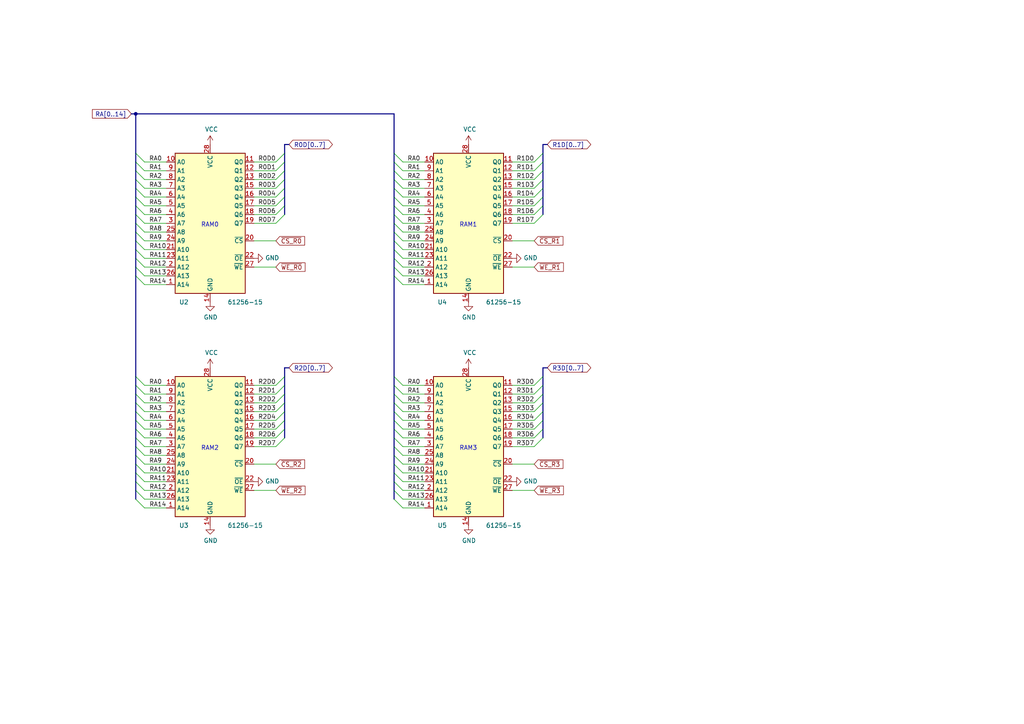
<source format=kicad_sch>
(kicad_sch (version 20230121) (generator eeschema)
  (paper "A4")
  (title_block (title "Mini8086 VGA board") (rev "1.1"))
  (lib_symbols
    (symbol "Memory_RAM:CY62256-70PC"
      (property "Reference" "U" (at -10.16 20.955 0))
      (property "Value" "CY62256-70PC" (at 2.54 20.955 0))
      (symbol "CY62256-70PC_0_0"
        (pin power_in line (at 0 -22.86 90) (length 2.54) (name "GND") (number "14"))
        (pin power_in line (at 0 22.86 270) (length 2.54) (name "VCC") (number "28"))
      )
      (symbol "CY62256-70PC_0_1"
        (rectangle (start -10.16 20.32) (end 10.16 -20.32) (stroke (width 0.254)) (fill (type background)))
      )
      (symbol "CY62256-70PC_1_1"
        (pin input line (at -12.7 -17.78 0) (length 2.54) (name "A14") (number "1"))
        (pin input line (at -12.7 17.78 0) (length 2.54) (name "A0") (number "10"))
        (pin tri_state line (at 12.7 17.78 180) (length 2.54) (name "Q0") (number "11"))
        (pin tri_state line (at 12.7 15.24 180) (length 2.54) (name "Q1") (number "12"))
        (pin tri_state line (at 12.7 12.7 180) (length 2.54) (name "Q2") (number "13"))
        (pin tri_state line (at 12.7 10.16 180) (length 2.54) (name "Q3") (number "15"))
        (pin tri_state line (at 12.7 7.62 180) (length 2.54) (name "Q4") (number "16"))
        (pin tri_state line (at 12.7 5.08 180) (length 2.54) (name "Q5") (number "17"))
        (pin tri_state line (at 12.7 2.54 180) (length 2.54) (name "Q6") (number "18"))
        (pin tri_state line (at 12.7 0 180) (length 2.54) (name "Q7") (number "19"))
        (pin input line (at -12.7 -12.7 0) (length 2.54) (name "A12") (number "2"))
        (pin input line (at 12.7 -5.08 180) (length 2.54) (name "~{CS}") (number "20"))
        (pin input line (at -12.7 -7.62 0) (length 2.54) (name "A10") (number "21"))
        (pin input line (at 12.7 -10.16 180) (length 2.54) (name "~{OE}") (number "22"))
        (pin input line (at -12.7 -10.16 0) (length 2.54) (name "A11") (number "23"))
        (pin input line (at -12.7 -5.08 0) (length 2.54) (name "A9") (number "24"))
        (pin input line (at -12.7 -2.54 0) (length 2.54) (name "A8") (number "25"))
        (pin input line (at -12.7 -15.24 0) (length 2.54) (name "A13") (number "26"))
        (pin input line (at 12.7 -12.7 180) (length 2.54) (name "~{WE}") (number "27"))
        (pin input line (at -12.7 0 0) (length 2.54) (name "A7") (number "3"))
        (pin input line (at -12.7 2.54 0) (length 2.54) (name "A6") (number "4"))
        (pin input line (at -12.7 5.08 0) (length 2.54) (name "A5") (number "5"))
        (pin input line (at -12.7 7.62 0) (length 2.54) (name "A4") (number "6"))
        (pin input line (at -12.7 10.16 0) (length 2.54) (name "A3") (number "7"))
        (pin input line (at -12.7 12.7 0) (length 2.54) (name "A2") (number "8"))
        (pin input line (at -12.7 15.24 0) (length 2.54) (name "A1") (number "9"))
      )
    )
    (symbol "power:GND" (power) (pin_names (offset 0))
      (property "Value" "GND" (at 0 -3.81 0))
      (symbol "GND_0_1"
        (polyline (pts (xy 0 0) (xy 0 -1.27) (xy 1.27 -1.27) (xy 0 -2.54) (xy -1.27 -1.27) (xy 0 -1.27)))
      )
      (symbol "GND_1_1"
        (pin power_in line (at 0 0 270) (length 0) hide (name "GND") (number "1"))
      )
    )
    (symbol "power:VCC" (power) (pin_names (offset 0))
      (property "Value" "VCC" (at 0 3.81 0))
      (symbol "VCC_0_1"
        (polyline (pts (xy -0.762 1.27) (xy 0 2.54)))
        (polyline (pts (xy 0 0) (xy 0 2.54)))
        (polyline (pts (xy 0 2.54) (xy 0.762 1.27)))
      )
      (symbol "VCC_1_1"
        (pin power_in line (at 0 0 90) (length 0) hide (name "VCC") (number "1"))
      )
    )
  )
  (junction (at 39.37 33.02))
  (bus_entry (at 82.55 49.53) (size -2.54 2.54))
  (bus_entry (at 39.37 80.01) (size 2.54 2.54))
  (bus_entry (at 114.3 144.78) (size 2.54 2.54))
  (bus_entry (at 157.48 57.15) (size -2.54 2.54))
  (bus_entry (at 157.48 44.45) (size -2.54 2.54))
  (bus_entry (at 114.3 124.46) (size 2.54 2.54))
  (bus_entry (at 39.37 134.62) (size 2.54 2.54))
  (bus_entry (at 39.37 111.76) (size 2.54 2.54))
  (bus_entry (at 39.37 77.47) (size 2.54 2.54))
  (bus_entry (at 157.48 109.22) (size -2.54 2.54))
  (bus_entry (at 39.37 127) (size 2.54 2.54))
  (bus_entry (at 157.48 114.3) (size -2.54 2.54))
  (bus_entry (at 114.3 134.62) (size 2.54 2.54))
  (bus_entry (at 82.55 121.92) (size -2.54 2.54))
  (bus_entry (at 82.55 124.46) (size -2.54 2.54))
  (bus_entry (at 39.37 59.69) (size 2.54 2.54))
  (bus_entry (at 39.37 64.77) (size 2.54 2.54))
  (bus_entry (at 114.3 111.76) (size 2.54 2.54))
  (bus_entry (at 39.37 144.78) (size 2.54 2.54))
  (bus_entry (at 157.48 52.07) (size -2.54 2.54))
  (bus_entry (at 39.37 44.45) (size 2.54 2.54))
  (bus_entry (at 114.3 129.54) (size 2.54 2.54))
  (bus_entry (at 157.48 124.46) (size -2.54 2.54))
  (bus_entry (at 39.37 137.16) (size 2.54 2.54))
  (bus_entry (at 39.37 69.85) (size 2.54 2.54))
  (bus_entry (at 114.3 119.38) (size 2.54 2.54))
  (bus_entry (at 39.37 116.84) (size 2.54 2.54))
  (bus_entry (at 114.3 121.92) (size 2.54 2.54))
  (bus_entry (at 82.55 54.61) (size -2.54 2.54))
  (bus_entry (at 114.3 64.77) (size 2.54 2.54))
  (bus_entry (at 39.37 121.92) (size 2.54 2.54))
  (bus_entry (at 39.37 46.99) (size 2.54 2.54))
  (bus_entry (at 114.3 59.69) (size 2.54 2.54))
  (bus_entry (at 39.37 119.38) (size 2.54 2.54))
  (bus_entry (at 157.48 49.53) (size -2.54 2.54))
  (bus_entry (at 157.48 116.84) (size -2.54 2.54))
  (bus_entry (at 114.3 57.15) (size 2.54 2.54))
  (bus_entry (at 39.37 52.07) (size 2.54 2.54))
  (bus_entry (at 114.3 132.08) (size 2.54 2.54))
  (bus_entry (at 114.3 72.39) (size 2.54 2.54))
  (bus_entry (at 114.3 139.7) (size 2.54 2.54))
  (bus_entry (at 39.37 109.22) (size 2.54 2.54))
  (bus_entry (at 82.55 114.3) (size -2.54 2.54))
  (bus_entry (at 82.55 116.84) (size -2.54 2.54))
  (bus_entry (at 114.3 67.31) (size 2.54 2.54))
  (bus_entry (at 157.48 46.99) (size -2.54 2.54))
  (bus_entry (at 114.3 52.07) (size 2.54 2.54))
  (bus_entry (at 82.55 52.07) (size -2.54 2.54))
  (bus_entry (at 114.3 142.24) (size 2.54 2.54))
  (bus_entry (at 39.37 142.24) (size 2.54 2.54))
  (bus_entry (at 157.48 119.38) (size -2.54 2.54))
  (bus_entry (at 39.37 129.54) (size 2.54 2.54))
  (bus_entry (at 114.3 74.93) (size 2.54 2.54))
  (bus_entry (at 82.55 109.22) (size -2.54 2.54))
  (bus_entry (at 114.3 44.45) (size 2.54 2.54))
  (bus_entry (at 157.48 59.69) (size -2.54 2.54))
  (bus_entry (at 39.37 139.7) (size 2.54 2.54))
  (bus_entry (at 39.37 132.08) (size 2.54 2.54))
  (bus_entry (at 82.55 127) (size -2.54 2.54))
  (bus_entry (at 39.37 62.23) (size 2.54 2.54))
  (bus_entry (at 157.48 54.61) (size -2.54 2.54))
  (bus_entry (at 114.3 137.16) (size 2.54 2.54))
  (bus_entry (at 114.3 77.47) (size 2.54 2.54))
  (bus_entry (at 114.3 62.23) (size 2.54 2.54))
  (bus_entry (at 114.3 54.61) (size 2.54 2.54))
  (bus_entry (at 82.55 57.15) (size -2.54 2.54))
  (bus_entry (at 39.37 74.93) (size 2.54 2.54))
  (bus_entry (at 82.55 111.76) (size -2.54 2.54))
  (bus_entry (at 157.48 127) (size -2.54 2.54))
  (bus_entry (at 114.3 109.22) (size 2.54 2.54))
  (bus_entry (at 39.37 124.46) (size 2.54 2.54))
  (bus_entry (at 82.55 119.38) (size -2.54 2.54))
  (bus_entry (at 39.37 114.3) (size 2.54 2.54))
  (bus_entry (at 39.37 57.15) (size 2.54 2.54))
  (bus_entry (at 114.3 69.85) (size 2.54 2.54))
  (bus_entry (at 39.37 49.53) (size 2.54 2.54))
  (bus_entry (at 114.3 49.53) (size 2.54 2.54))
  (bus_entry (at 157.48 121.92) (size -2.54 2.54))
  (bus_entry (at 82.55 62.23) (size -2.54 2.54))
  (bus_entry (at 39.37 67.31) (size 2.54 2.54))
  (bus_entry (at 114.3 80.01) (size 2.54 2.54))
  (bus_entry (at 39.37 72.39) (size 2.54 2.54))
  (bus_entry (at 82.55 46.99) (size -2.54 2.54))
  (bus_entry (at 114.3 46.99) (size 2.54 2.54))
  (bus_entry (at 157.48 62.23) (size -2.54 2.54))
  (bus_entry (at 82.55 59.69) (size -2.54 2.54))
  (bus_entry (at 39.37 54.61) (size 2.54 2.54))
  (bus_entry (at 114.3 116.84) (size 2.54 2.54))
  (bus_entry (at 114.3 127) (size 2.54 2.54))
  (bus_entry (at 157.48 111.76) (size -2.54 2.54))
  (bus_entry (at 82.55 44.45) (size -2.54 2.54))
  (bus_entry (at 114.3 114.3) (size 2.54 2.54))
  (bus (pts (xy 39.37 132.08) (xy 39.37 134.62)))
  (wire (pts (xy 73.66 59.69) (xy 80.01 59.69)))
  (bus (pts (xy 114.3 46.99) (xy 114.3 49.53)))
  (wire (pts (xy 116.84 54.61) (xy 123.19 54.61)))
  (wire (pts (xy 41.91 72.39) (xy 48.26 72.39)))
  (bus (pts (xy 39.37 64.77) (xy 39.37 67.31)))
  (wire (pts (xy 41.91 124.46) (xy 48.26 124.46)))
  (bus (pts (xy 157.48 124.46) (xy 157.48 127)))
  (bus (pts (xy 39.37 116.84) (xy 39.37 119.38)))
  (bus (pts (xy 157.48 52.07) (xy 157.48 54.61)))
  (bus (pts (xy 82.55 106.68) (xy 82.55 109.22)))
  (bus (pts (xy 39.37 33.02) (xy 38.1 33.02)))
  (wire (pts (xy 73.66 114.3) (xy 80.01 114.3)))
  (wire (pts (xy 148.59 59.69) (xy 154.94 59.69)))
  (wire (pts (xy 116.84 132.08) (xy 123.19 132.08)))
  (bus (pts (xy 82.55 46.99) (xy 82.55 49.53)))
  (wire (pts (xy 116.84 57.15) (xy 123.19 57.15)))
  (bus (pts (xy 114.3 114.3) (xy 114.3 116.84)))
  (wire (pts (xy 116.84 139.7) (xy 123.19 139.7)))
  (bus (pts (xy 157.48 106.68) (xy 157.48 109.22)))
  (wire (pts (xy 41.91 67.31) (xy 48.26 67.31)))
  (wire (pts (xy 41.91 57.15) (xy 48.26 57.15)))
  (bus (pts (xy 39.37 52.07) (xy 39.37 54.61)))
  (wire (pts (xy 41.91 69.85) (xy 48.26 69.85)))
  (bus (pts (xy 157.48 109.22) (xy 157.48 111.76)))
  (wire (pts (xy 41.91 142.24) (xy 48.26 142.24)))
  (wire (pts (xy 41.91 74.93) (xy 48.26 74.93)))
  (wire (pts (xy 116.84 77.47) (xy 123.19 77.47)))
  (bus (pts (xy 39.37 134.62) (xy 39.37 137.16)))
  (bus (pts (xy 39.37 124.46) (xy 39.37 127)))
  (wire (pts (xy 41.91 114.3) (xy 48.26 114.3)))
  (bus (pts (xy 157.48 116.84) (xy 157.48 119.38)))
  (bus (pts (xy 39.37 33.02) (xy 114.3 33.02)))
  (wire (pts (xy 116.84 82.55) (xy 123.19 82.55)))
  (wire (pts (xy 148.59 54.61) (xy 154.94 54.61)))
  (bus (pts (xy 39.37 109.22) (xy 39.37 111.76)))
  (bus (pts (xy 114.3 127) (xy 114.3 129.54)))
  (bus (pts (xy 114.3 72.39) (xy 114.3 74.93)))
  (bus (pts (xy 39.37 69.85) (xy 39.37 72.39)))
  (wire (pts (xy 148.59 62.23) (xy 154.94 62.23)))
  (bus (pts (xy 82.55 52.07) (xy 82.55 54.61)))
  (bus (pts (xy 82.55 114.3) (xy 82.55 116.84)))
  (wire (pts (xy 116.84 74.93) (xy 123.19 74.93)))
  (bus (pts (xy 82.55 109.22) (xy 82.55 111.76)))
  (bus (pts (xy 157.48 44.45) (xy 157.48 46.99)))
  (wire (pts (xy 116.84 64.77) (xy 123.19 64.77)))
  (wire (pts (xy 80.01 134.62) (xy 73.66 134.62)))
  (bus (pts (xy 39.37 59.69) (xy 39.37 62.23)))
  (wire (pts (xy 73.66 52.07) (xy 80.01 52.07)))
  (wire (pts (xy 116.84 119.38) (xy 123.19 119.38)))
  (bus (pts (xy 39.37 33.02) (xy 39.37 44.45)))
  (bus (pts (xy 114.3 67.31) (xy 114.3 69.85)))
  (wire (pts (xy 73.66 57.15) (xy 80.01 57.15)))
  (bus (pts (xy 114.3 44.45) (xy 114.3 46.99)))
  (wire (pts (xy 116.84 72.39) (xy 123.19 72.39)))
  (bus (pts (xy 157.48 49.53) (xy 157.48 52.07)))
  (wire (pts (xy 116.84 114.3) (xy 123.19 114.3)))
  (bus (pts (xy 157.48 57.15) (xy 157.48 59.69)))
  (bus (pts (xy 114.3 57.15) (xy 114.3 59.69)))
  (wire (pts (xy 116.84 127) (xy 123.19 127)))
  (wire (pts (xy 41.91 52.07) (xy 48.26 52.07)))
  (wire (pts (xy 148.59 116.84) (xy 154.94 116.84)))
  (wire (pts (xy 73.66 129.54) (xy 80.01 129.54)))
  (bus (pts (xy 114.3 132.08) (xy 114.3 134.62)))
  (wire (pts (xy 41.91 46.99) (xy 48.26 46.99)))
  (wire (pts (xy 41.91 49.53) (xy 48.26 49.53)))
  (wire (pts (xy 148.59 127) (xy 154.94 127)))
  (bus (pts (xy 39.37 74.93) (xy 39.37 77.47)))
  (wire (pts (xy 148.59 49.53) (xy 154.94 49.53)))
  (bus (pts (xy 157.48 46.99) (xy 157.48 49.53)))
  (wire (pts (xy 116.84 147.32) (xy 123.19 147.32)))
  (bus (pts (xy 114.3 54.61) (xy 114.3 57.15)))
  (bus (pts (xy 114.3 74.93) (xy 114.3 77.47)))
  (wire (pts (xy 73.66 77.47) (xy 80.01 77.47)))
  (wire (pts (xy 116.84 137.16) (xy 123.19 137.16)))
  (bus (pts (xy 39.37 57.15) (xy 39.37 59.69)))
  (wire (pts (xy 41.91 116.84) (xy 48.26 116.84)))
  (bus (pts (xy 114.3 116.84) (xy 114.3 119.38)))
  (wire (pts (xy 148.59 124.46) (xy 154.94 124.46)))
  (wire (pts (xy 73.66 54.61) (xy 80.01 54.61)))
  (wire (pts (xy 41.91 129.54) (xy 48.26 129.54)))
  (wire (pts (xy 116.84 49.53) (xy 123.19 49.53)))
  (wire (pts (xy 41.91 64.77) (xy 48.26 64.77)))
  (bus (pts (xy 114.3 142.24) (xy 114.3 144.78)))
  (bus (pts (xy 82.55 49.53) (xy 82.55 52.07)))
  (wire (pts (xy 41.91 147.32) (xy 48.26 147.32)))
  (wire (pts (xy 148.59 114.3) (xy 154.94 114.3)))
  (bus (pts (xy 114.3 111.76) (xy 114.3 114.3)))
  (wire (pts (xy 148.59 121.92) (xy 154.94 121.92)))
  (wire (pts (xy 154.94 134.62) (xy 148.59 134.62)))
  (wire (pts (xy 41.91 144.78) (xy 48.26 144.78)))
  (wire (pts (xy 73.66 127) (xy 80.01 127)))
  (wire (pts (xy 41.91 127) (xy 48.26 127)))
  (bus (pts (xy 82.55 111.76) (xy 82.55 114.3)))
  (bus (pts (xy 82.55 121.92) (xy 82.55 124.46)))
  (bus (pts (xy 157.48 59.69) (xy 157.48 62.23)))
  (bus (pts (xy 114.3 137.16) (xy 114.3 139.7)))
  (wire (pts (xy 148.59 77.47) (xy 154.94 77.47)))
  (wire (pts (xy 73.66 64.77) (xy 80.01 64.77)))
  (wire (pts (xy 73.66 124.46) (xy 80.01 124.46)))
  (wire (pts (xy 80.01 69.85) (xy 73.66 69.85)))
  (bus (pts (xy 39.37 121.92) (xy 39.37 124.46)))
  (wire (pts (xy 116.84 142.24) (xy 123.19 142.24)))
  (bus (pts (xy 157.48 106.68) (xy 158.75 106.68)))
  (wire (pts (xy 116.84 80.01) (xy 123.19 80.01)))
  (wire (pts (xy 41.91 62.23) (xy 48.26 62.23)))
  (wire (pts (xy 148.59 142.24) (xy 154.94 142.24)))
  (bus (pts (xy 39.37 46.99) (xy 39.37 49.53)))
  (wire (pts (xy 41.91 139.7) (xy 48.26 139.7)))
  (wire (pts (xy 116.84 111.76) (xy 123.19 111.76)))
  (bus (pts (xy 39.37 127) (xy 39.37 129.54)))
  (bus (pts (xy 157.48 121.92) (xy 157.48 124.46)))
  (bus (pts (xy 114.3 119.38) (xy 114.3 121.92)))
  (wire (pts (xy 41.91 82.55) (xy 48.26 82.55)))
  (wire (pts (xy 148.59 57.15) (xy 154.94 57.15)))
  (wire (pts (xy 41.91 54.61) (xy 48.26 54.61)))
  (bus (pts (xy 39.37 119.38) (xy 39.37 121.92)))
  (bus (pts (xy 157.48 114.3) (xy 157.48 116.84)))
  (wire (pts (xy 116.84 52.07) (xy 123.19 52.07)))
  (wire (pts (xy 148.59 129.54) (xy 154.94 129.54)))
  (wire (pts (xy 41.91 77.47) (xy 48.26 77.47)))
  (wire (pts (xy 73.66 46.99) (xy 80.01 46.99)))
  (wire (pts (xy 116.84 67.31) (xy 123.19 67.31)))
  (bus (pts (xy 157.48 119.38) (xy 157.48 121.92)))
  (wire (pts (xy 73.66 116.84) (xy 80.01 116.84)))
  (bus (pts (xy 114.3 109.22) (xy 114.3 111.76)))
  (bus (pts (xy 82.55 119.38) (xy 82.55 121.92)))
  (bus (pts (xy 114.3 52.07) (xy 114.3 54.61)))
  (bus (pts (xy 39.37 77.47) (xy 39.37 80.01)))
  (wire (pts (xy 41.91 121.92) (xy 48.26 121.92)))
  (bus (pts (xy 39.37 72.39) (xy 39.37 74.93)))
  (bus (pts (xy 82.55 106.68) (xy 83.82 106.68)))
  (bus (pts (xy 39.37 62.23) (xy 39.37 64.77)))
  (bus (pts (xy 114.3 124.46) (xy 114.3 127)))
  (wire (pts (xy 148.59 52.07) (xy 154.94 52.07)))
  (bus (pts (xy 114.3 129.54) (xy 114.3 132.08)))
  (wire (pts (xy 116.84 59.69) (xy 123.19 59.69)))
  (wire (pts (xy 116.84 134.62) (xy 123.19 134.62)))
  (bus (pts (xy 82.55 41.91) (xy 83.82 41.91)))
  (wire (pts (xy 148.59 119.38) (xy 154.94 119.38)))
  (bus (pts (xy 114.3 80.01) (xy 114.3 109.22)))
  (bus (pts (xy 114.3 62.23) (xy 114.3 64.77)))
  (wire (pts (xy 116.84 144.78) (xy 123.19 144.78)))
  (bus (pts (xy 82.55 57.15) (xy 82.55 59.69)))
  (bus (pts (xy 39.37 137.16) (xy 39.37 139.7)))
  (wire (pts (xy 116.84 69.85) (xy 123.19 69.85)))
  (bus (pts (xy 114.3 139.7) (xy 114.3 142.24)))
  (wire (pts (xy 148.59 64.77) (xy 154.94 64.77)))
  (bus (pts (xy 114.3 64.77) (xy 114.3 67.31)))
  (bus (pts (xy 114.3 69.85) (xy 114.3 72.39)))
  (bus (pts (xy 39.37 142.24) (xy 39.37 144.78)))
  (bus (pts (xy 114.3 49.53) (xy 114.3 52.07)))
  (bus (pts (xy 39.37 129.54) (xy 39.37 132.08)))
  (wire (pts (xy 41.91 137.16) (xy 48.26 137.16)))
  (bus (pts (xy 82.55 44.45) (xy 82.55 46.99)))
  (bus (pts (xy 39.37 114.3) (xy 39.37 116.84)))
  (wire (pts (xy 73.66 119.38) (xy 80.01 119.38)))
  (bus (pts (xy 39.37 54.61) (xy 39.37 57.15)))
  (bus (pts (xy 39.37 111.76) (xy 39.37 114.3)))
  (wire (pts (xy 116.84 129.54) (xy 123.19 129.54)))
  (bus (pts (xy 157.48 41.91) (xy 158.75 41.91)))
  (wire (pts (xy 73.66 142.24) (xy 80.01 142.24)))
  (wire (pts (xy 154.94 69.85) (xy 148.59 69.85)))
  (wire (pts (xy 41.91 80.01) (xy 48.26 80.01)))
  (bus (pts (xy 39.37 139.7) (xy 39.37 142.24)))
  (bus (pts (xy 82.55 124.46) (xy 82.55 127)))
  (bus (pts (xy 114.3 134.62) (xy 114.3 137.16)))
  (wire (pts (xy 41.91 134.62) (xy 48.26 134.62)))
  (wire (pts (xy 116.84 121.92) (xy 123.19 121.92)))
  (bus (pts (xy 82.55 59.69) (xy 82.55 62.23)))
  (wire (pts (xy 148.59 46.99) (xy 154.94 46.99)))
  (wire (pts (xy 116.84 124.46) (xy 123.19 124.46)))
  (wire (pts (xy 41.91 59.69) (xy 48.26 59.69)))
  (bus (pts (xy 114.3 77.47) (xy 114.3 80.01)))
  (bus (pts (xy 39.37 67.31) (xy 39.37 69.85)))
  (wire (pts (xy 73.66 111.76) (xy 80.01 111.76)))
  (bus (pts (xy 157.48 111.76) (xy 157.48 114.3)))
  (bus (pts (xy 114.3 59.69) (xy 114.3 62.23)))
  (bus (pts (xy 82.55 54.61) (xy 82.55 57.15)))
  (wire (pts (xy 116.84 46.99) (xy 123.19 46.99)))
  (wire (pts (xy 73.66 49.53) (xy 80.01 49.53)))
  (wire (pts (xy 73.66 62.23) (xy 80.01 62.23)))
  (wire (pts (xy 148.59 111.76) (xy 154.94 111.76)))
  (bus (pts (xy 39.37 49.53) (xy 39.37 52.07)))
  (bus (pts (xy 39.37 44.45) (xy 39.37 46.99)))
  (bus (pts (xy 114.3 33.02) (xy 114.3 44.45)))
  (bus (pts (xy 82.55 41.91) (xy 82.55 44.45)))
  (bus (pts (xy 39.37 80.01) (xy 39.37 109.22)))
  (wire (pts (xy 41.91 132.08) (xy 48.26 132.08)))
  (bus (pts (xy 82.55 116.84) (xy 82.55 119.38)))
  (wire (pts (xy 116.84 62.23) (xy 123.19 62.23)))
  (bus (pts (xy 157.48 54.61) (xy 157.48 57.15)))
  (wire (pts (xy 116.84 116.84) (xy 123.19 116.84)))
  (bus (pts (xy 157.48 41.91) (xy 157.48 44.45)))
  (wire (pts (xy 73.66 121.92) (xy 80.01 121.92)))
  (bus (pts (xy 114.3 121.92) (xy 114.3 124.46)))
  (wire (pts (xy 41.91 111.76) (xy 48.26 111.76)))
  (wire (pts (xy 41.91 119.38) (xy 48.26 119.38)))
  (text "RAM2" (at 63.5 130.81 0) (effects (font (size 1.27 1.27)) (justify right bottom)))
  (text "RAM3" (at 138.43 130.81 0) (effects (font (size 1.27 1.27)) (justify right bottom)))
  (text "RAM1" (at 138.43 66.04 0) (effects (font (size 1.27 1.27)) (justify right bottom)))
  (text "RAM0" (at 63.5 66.04 0) (effects (font (size 1.27 1.27)) (justify right bottom)))
  (label "RA1" (at 121.92 49.53 180))
  (label "RA14" (at 123.19 82.55 180))
  (label "R0D0" (at 80.01 46.99 180))
  (label "R3D7" (at 154.94 129.54 180))
  (label "RA11" (at 123.19 139.7 180))
  (label "R0D6" (at 80.01 62.23 180))
  (label "RA0" (at 121.92 111.76 180))
  (label "RA0" (at 46.99 46.99 180))
  (label "R3D6" (at 154.94 127 180))
  (label "RA5" (at 121.92 124.46 180))
  (label "RA11" (at 48.26 139.7 180))
  (label "RA3" (at 121.92 54.61 180))
  (label "R1D6" (at 154.94 62.23 180))
  (label "RA2" (at 121.92 52.07 180))
  (label "RA14" (at 123.19 147.32 180))
  (label "RA8" (at 46.99 132.08 180))
  (label "R3D3" (at 154.94 119.38 180))
  (label "R2D6" (at 80.01 127 180))
  (label "RA12" (at 48.26 142.24 180))
  (label "RA6" (at 46.99 127 180))
  (label "R2D0" (at 80.01 111.76 180))
  (label "R3D2" (at 154.94 116.84 180))
  (label "R0D7" (at 80.01 64.77 180))
  (label "RA13" (at 123.19 80.01 180))
  (label "RA4" (at 121.92 57.15 180))
  (label "R0D4" (at 80.01 57.15 180))
  (label "R2D4" (at 80.01 121.92 180))
  (label "RA2" (at 121.92 116.84 180))
  (label "R3D4" (at 154.94 121.92 180))
  (label "R3D5" (at 154.94 124.46 180))
  (label "RA1" (at 121.92 114.3 180))
  (label "R2D7" (at 80.01 129.54 180))
  (label "RA4" (at 121.92 121.92 180))
  (label "R0D2" (at 80.01 52.07 180))
  (label "RA12" (at 123.19 77.47 180))
  (label "R0D1" (at 80.01 49.53 180))
  (label "R1D2" (at 154.94 52.07 180))
  (label "R3D0" (at 154.94 111.76 180))
  (label "RA7" (at 46.99 129.54 180))
  (label "RA10" (at 48.26 72.39 180))
  (label "RA11" (at 48.26 74.93 180))
  (label "RA5" (at 46.99 59.69 180))
  (label "R1D3" (at 154.94 54.61 180))
  (label "RA7" (at 46.99 64.77 180))
  (label "RA0" (at 121.92 46.99 180))
  (label "RA7" (at 121.92 64.77 180))
  (label "RA2" (at 46.99 52.07 180))
  (label "R2D1" (at 80.01 114.3 180))
  (label "RA9" (at 46.99 69.85 180))
  (label "R2D5" (at 80.01 124.46 180))
  (label "RA3" (at 121.92 119.38 180))
  (label "RA3" (at 46.99 54.61 180))
  (label "R3D1" (at 154.94 114.3 180))
  (label "R2D3" (at 80.01 119.38 180))
  (label "RA3" (at 46.99 119.38 180))
  (label "R1D0" (at 154.94 46.99 180))
  (label "R2D2" (at 80.01 116.84 180))
  (label "RA10" (at 48.26 137.16 180))
  (label "R1D7" (at 154.94 64.77 180))
  (label "RA12" (at 123.19 142.24 180))
  (label "RA13" (at 123.19 144.78 180))
  (label "RA0" (at 46.99 111.76 180))
  (label "RA13" (at 48.26 144.78 180))
  (label "RA14" (at 48.26 82.55 180))
  (label "RA1" (at 46.99 49.53 180))
  (label "RA9" (at 46.99 134.62 180))
  (label "RA6" (at 121.92 127 180))
  (label "R1D5" (at 154.94 59.69 180))
  (label "RA11" (at 123.19 74.93 180))
  (label "RA10" (at 123.19 137.16 180))
  (label "R1D4" (at 154.94 57.15 180))
  (label "RA5" (at 121.92 59.69 180))
  (label "RA6" (at 46.99 62.23 180))
  (label "RA9" (at 121.92 134.62 180))
  (label "RA2" (at 46.99 116.84 180))
  (label "RA8" (at 121.92 67.31 180))
  (label "RA1" (at 46.99 114.3 180))
  (label "R0D3" (at 80.01 54.61 180))
  (label "RA12" (at 48.26 77.47 180))
  (label "R1D1" (at 154.94 49.53 180))
  (label "RA4" (at 46.99 57.15 180))
  (label "RA6" (at 121.92 62.23 180))
  (label "RA14" (at 48.26 147.32 180))
  (label "RA5" (at 46.99 124.46 180))
  (label "RA9" (at 121.92 69.85 180))
  (label "R0D5" (at 80.01 59.69 180))
  (label "RA8" (at 121.92 132.08 180))
  (label "RA8" (at 46.99 67.31 180))
  (label "RA4" (at 46.99 121.92 180))
  (label "RA7" (at 121.92 129.54 180))
  (label "RA13" (at 48.26 80.01 180))
  (label "RA10" (at 123.19 72.39 180))
  (global_label "R1D[0..7]" (shape bidirectional) (at 158.75 41.91 0) (property "Intersheetrefs" "${INTERSHEET_REFS}" (effects hide)))
  (global_label "~{CS_R3}" (shape input) (at 154.94 134.62 0) (property "Intersheetrefs" "${INTERSHEET_REFS}" (effects hide)))
  (global_label "~{WE_R1}" (shape input) (at 154.94 77.47 0) (property "Intersheetrefs" "${INTERSHEET_REFS}" (effects hide)))
  (global_label "RA[0..14]" (shape input) (at 38.1 33.02 180) (property "Intersheetrefs" "${INTERSHEET_REFS}" (effects hide)))
  (global_label "R3D[0..7]" (shape bidirectional) (at 158.75 106.68 0) (property "Intersheetrefs" "${INTERSHEET_REFS}" (effects hide)))
  (global_label "~{WE_R0}" (shape input) (at 80.01 77.47 0) (property "Intersheetrefs" "${INTERSHEET_REFS}" (effects hide)))
  (global_label "~{WE_R3}" (shape input) (at 154.94 142.24 0) (property "Intersheetrefs" "${INTERSHEET_REFS}" (effects hide)))
  (global_label "R0D[0..7]" (shape bidirectional) (at 83.82 41.91 0) (property "Intersheetrefs" "${INTERSHEET_REFS}" (effects hide)))
  (global_label "~{CS_R0}" (shape input) (at 80.01 69.85 0) (property "Intersheetrefs" "${INTERSHEET_REFS}" (effects hide)))
  (global_label "~{CS_R1}" (shape input) (at 154.94 69.85 0) (property "Intersheetrefs" "${INTERSHEET_REFS}" (effects hide)))
  (global_label "~{CS_R2}" (shape input) (at 80.01 134.62 0) (property "Intersheetrefs" "${INTERSHEET_REFS}" (effects hide)))
  (global_label "R2D[0..7]" (shape bidirectional) (at 83.82 106.68 0) (property "Intersheetrefs" "${INTERSHEET_REFS}" (effects hide)))
  (global_label "~{WE_R2}" (shape input) (at 80.01 142.24 0) (property "Intersheetrefs" "${INTERSHEET_REFS}" (effects hide)))
  (symbol (lib_id "Memory_RAM:CY62256-70PC") (at 60.96 64.77 0) (unit 1)
    (property "Reference" "U2" (at 53.34 87.63 0))
    (property "Value" "61256-15" (at 71.12 87.63 0))
    (property "Footprint" "Package_DIP:DIP-28_W7.62mm_Socket_LongPads" (effects hide))
    (property "Datasheet" "https://ecee.colorado.edu/~mcclurel/Cypress_SRAM_CY62256.pdf" (effects hide))
  )
  (symbol (lib_id "power:GND") (at 60.96 87.63 0) (unit 1)
    (property "Reference" "#PWR020" (effects hide))
    (property "Value" "GND" (at 61.087 92.0242 0))
  )
  (symbol (lib_id "power:VCC") (at 60.96 41.91 0) (unit 1)
    (property "Reference" "#PWR019" (effects hide))
    (property "Value" "VCC" (at 61.341 37.5158 0))
  )
  (symbol (lib_id "power:GND") (at 73.66 74.93 90) (unit 1)
    (property "Reference" "#PWR023" (effects hide))
    (property "Value" "GND" (at 76.9112 74.803 90) (effects (justify right)))
  )
  (symbol (lib_id "Memory_RAM:CY62256-70PC") (at 60.96 129.54 0) (unit 1)
    (property "Reference" "U3" (at 53.34 152.4 0))
    (property "Value" "61256-15" (at 71.12 152.4 0))
    (property "Footprint" "Package_DIP:DIP-28_W7.62mm_Socket_LongPads" (effects hide))
    (property "Datasheet" "https://ecee.colorado.edu/~mcclurel/Cypress_SRAM_CY62256.pdf" (effects hide))
  )
  (symbol (lib_id "power:GND") (at 60.96 152.4 0) (unit 1)
    (property "Reference" "#PWR022" (effects hide))
    (property "Value" "GND" (at 61.087 156.7942 0))
  )
  (symbol (lib_id "power:VCC") (at 60.96 106.68 0) (unit 1)
    (property "Reference" "#PWR021" (effects hide))
    (property "Value" "VCC" (at 61.341 102.2858 0))
  )
  (symbol (lib_id "power:GND") (at 73.66 139.7 90) (unit 1)
    (property "Reference" "#PWR024" (effects hide))
    (property "Value" "GND" (at 76.9112 139.573 90) (effects (justify right)))
  )
  (symbol (lib_id "Memory_RAM:CY62256-70PC") (at 135.89 64.77 0) (unit 1)
    (property "Reference" "U4" (at 128.27 87.63 0))
    (property "Value" "61256-15" (at 146.05 87.63 0))
    (property "Footprint" "Package_DIP:DIP-28_W7.62mm_Socket_LongPads" (effects hide))
    (property "Datasheet" "https://ecee.colorado.edu/~mcclurel/Cypress_SRAM_CY62256.pdf" (effects hide))
  )
  (symbol (lib_id "power:GND") (at 135.89 87.63 0) (unit 1)
    (property "Reference" "#PWR026" (effects hide))
    (property "Value" "GND" (at 136.017 92.0242 0))
  )
  (symbol (lib_id "power:VCC") (at 135.89 41.91 0) (unit 1)
    (property "Reference" "#PWR025" (effects hide))
    (property "Value" "VCC" (at 136.271 37.5158 0))
  )
  (symbol (lib_id "power:GND") (at 148.59 74.93 90) (unit 1)
    (property "Reference" "#PWR029" (effects hide))
    (property "Value" "GND" (at 151.8412 74.803 90) (effects (justify right)))
  )
  (symbol (lib_id "Memory_RAM:CY62256-70PC") (at 135.89 129.54 0) (unit 1)
    (property "Reference" "U5" (at 128.27 152.4 0))
    (property "Value" "61256-15" (at 146.05 152.4 0))
    (property "Footprint" "Package_DIP:DIP-28_W7.62mm_Socket_LongPads" (effects hide))
    (property "Datasheet" "https://ecee.colorado.edu/~mcclurel/Cypress_SRAM_CY62256.pdf" (effects hide))
  )
  (symbol (lib_id "power:GND") (at 135.89 152.4 0) (unit 1)
    (property "Reference" "#PWR028" (effects hide))
    (property "Value" "GND" (at 136.017 156.7942 0))
  )
  (symbol (lib_id "power:VCC") (at 135.89 106.68 0) (unit 1)
    (property "Reference" "#PWR027" (effects hide))
    (property "Value" "VCC" (at 136.271 102.2858 0))
  )
  (symbol (lib_id "power:GND") (at 148.59 139.7 90) (unit 1)
    (property "Reference" "#PWR030" (effects hide))
    (property "Value" "GND" (at 151.8412 139.573 90) (effects (justify right)))
  )
)
</source>
